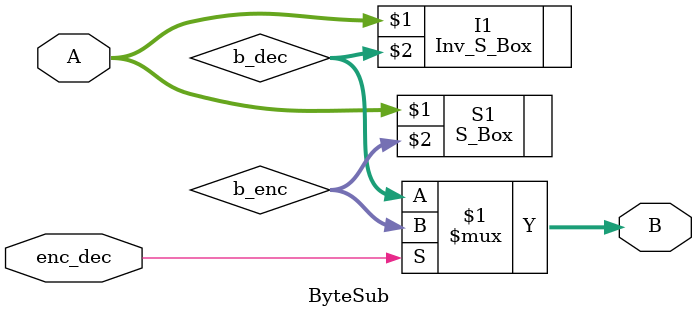
<source format=sv>
`timescale 1ns / 1ps


module ByteSub(
input logic [7:0] A,    //Input Byte
input enc_dec,          //Encryption/Decryption Selector
output logic [7:0] B    //Output Byte
    );
    logic [7:0] b_enc, b_dec;
    S_Box S1 (A,b_enc);     // Pass Byte through S-Box
    Inv_S_Box I1 (A,b_dec);    // Pass Byte through Inverse S-Box
    assign B = enc_dec ? b_enc : b_dec ; // Choose Output Byte based on Encrypt/Decrypt Select
    
   
endmodule
</source>
